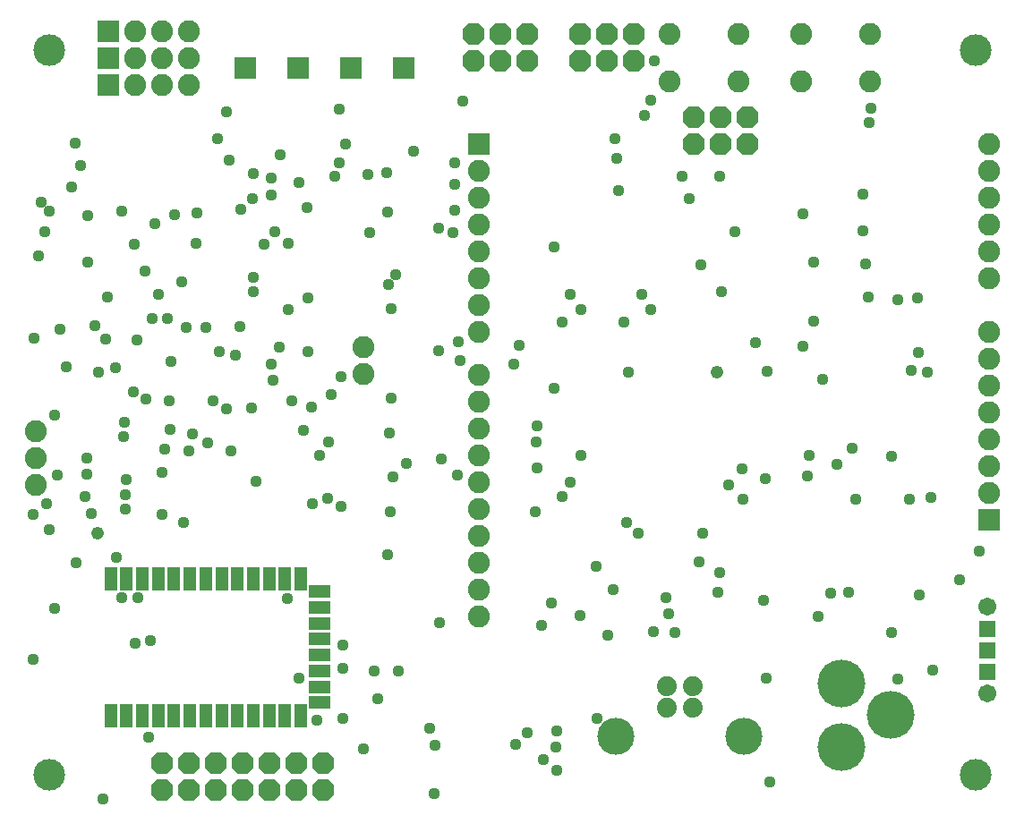
<source format=gbs>
G75*
%MOIN*%
%OFA0B0*%
%FSLAX24Y24*%
%IPPOS*%
%LPD*%
%AMOC8*
5,1,8,0,0,1.08239X$1,22.5*
%
%ADD10C,0.1780*%
%ADD11R,0.0820X0.0820*%
%ADD12C,0.0820*%
%ADD13C,0.1182*%
%ADD14OC8,0.0820*%
%ADD15R,0.0595X0.0595*%
%ADD16C,0.0671*%
%ADD17R,0.0848X0.0848*%
%ADD18C,0.0740*%
%ADD19C,0.1380*%
%ADD20R,0.0474X0.0867*%
%ADD21R,0.0789X0.0474*%
%ADD22C,0.0437*%
%ADD23C,0.0476*%
D10*
X031317Y003593D03*
X033167Y004774D03*
X031317Y005955D03*
D11*
X036817Y012061D03*
X017817Y026061D03*
X004017Y028261D03*
X004017Y029261D03*
X004017Y030261D03*
D12*
X005017Y030261D03*
X006017Y030261D03*
X007017Y030261D03*
X007017Y029261D03*
X007017Y028261D03*
X006017Y028261D03*
X005017Y028261D03*
X005017Y029261D03*
X006017Y029261D03*
X017817Y025061D03*
X017817Y024061D03*
X017817Y023061D03*
X017817Y022061D03*
X017817Y021061D03*
X017817Y020061D03*
X017817Y019061D03*
X017817Y017461D03*
X017817Y016461D03*
X017817Y015461D03*
X017817Y014461D03*
X017817Y013461D03*
X017817Y012461D03*
X017817Y011461D03*
X017817Y010461D03*
X017817Y009461D03*
X017817Y008461D03*
X013517Y017481D03*
X013517Y018481D03*
X024937Y028371D03*
X024937Y030151D03*
X027497Y030151D03*
X027497Y028371D03*
X029837Y028371D03*
X029837Y030151D03*
X032397Y030151D03*
X032397Y028371D03*
X036817Y026061D03*
X036817Y025061D03*
X036817Y024061D03*
X036817Y023061D03*
X036817Y022061D03*
X036817Y021061D03*
X036817Y019061D03*
X036817Y018061D03*
X036817Y017061D03*
X036817Y016061D03*
X036817Y015061D03*
X036817Y014061D03*
X036817Y013061D03*
X001317Y013361D03*
X001317Y014361D03*
X001317Y015361D03*
D13*
X001817Y002561D03*
X001817Y029561D03*
X036317Y029561D03*
X036317Y002561D03*
D14*
X012017Y002981D03*
X012017Y001981D03*
X011017Y001981D03*
X010017Y001981D03*
X010017Y002981D03*
X011017Y002981D03*
X009017Y002981D03*
X008017Y002981D03*
X008017Y001981D03*
X009017Y001981D03*
X007017Y001981D03*
X007017Y002981D03*
X006017Y002981D03*
X006017Y001981D03*
X025817Y026061D03*
X026817Y026061D03*
X027817Y026061D03*
X027817Y027061D03*
X026817Y027061D03*
X025817Y027061D03*
X023587Y029161D03*
X022587Y029161D03*
X021587Y029161D03*
X021587Y030161D03*
X022587Y030161D03*
X023587Y030161D03*
X019617Y030161D03*
X018617Y030161D03*
X017617Y030161D03*
X017617Y029161D03*
X018617Y029161D03*
X019617Y029161D03*
D15*
X036767Y007969D03*
X036767Y007181D03*
X036767Y006394D03*
D16*
X036782Y005567D03*
X036782Y008795D03*
D17*
X015025Y028891D03*
X013057Y028891D03*
X011085Y028891D03*
X009117Y028891D03*
D18*
X024825Y005841D03*
X025809Y005841D03*
X025809Y005061D03*
X024825Y005061D03*
D19*
X022947Y003991D03*
X027687Y003991D03*
D20*
X011203Y004743D03*
X010613Y004743D03*
X010022Y004743D03*
X009432Y004743D03*
X008841Y004743D03*
X008251Y004743D03*
X007660Y004743D03*
X007069Y004743D03*
X006479Y004743D03*
X005888Y004743D03*
X005298Y004743D03*
X004707Y004743D03*
X004117Y004743D03*
X004117Y009861D03*
X004707Y009861D03*
X005298Y009861D03*
X005888Y009861D03*
X006479Y009861D03*
X007069Y009861D03*
X007660Y009861D03*
X008251Y009861D03*
X008841Y009861D03*
X009432Y009861D03*
X010022Y009861D03*
X010613Y009861D03*
X011203Y009861D03*
D21*
X011892Y009369D03*
X011892Y008779D03*
X011892Y008188D03*
X011892Y007597D03*
X011892Y007007D03*
X011892Y006416D03*
X011892Y005826D03*
X011892Y005235D03*
D22*
X011797Y004571D03*
X012777Y004641D03*
X013527Y003521D03*
X014077Y005381D03*
X013917Y006421D03*
X014847Y006411D03*
X012777Y006511D03*
X012777Y007391D03*
X011117Y006161D03*
X010687Y009101D03*
X014417Y010761D03*
X014517Y012361D03*
X014617Y013661D03*
X015117Y014161D03*
X014507Y015281D03*
X014567Y016581D03*
X012697Y017391D03*
X012327Y016721D03*
X011607Y016231D03*
X010857Y016491D03*
X010177Y017241D03*
X010107Y017841D03*
X010387Y018491D03*
X011477Y018301D03*
X010717Y019871D03*
X011477Y020311D03*
X009447Y020531D03*
X009437Y021081D03*
X009817Y022321D03*
X010227Y022771D03*
X010747Y022331D03*
X011437Y023681D03*
X011117Y024611D03*
X010087Y024771D03*
X010087Y024131D03*
X009397Y024001D03*
X008967Y023621D03*
X009417Y024961D03*
X008517Y025461D03*
X008097Y026261D03*
X008417Y027261D03*
X010417Y025661D03*
X012467Y024851D03*
X012617Y025361D03*
X013697Y024911D03*
X014387Y024991D03*
X015407Y025791D03*
X016927Y025361D03*
X016917Y024561D03*
X016947Y023581D03*
X016347Y022911D03*
X016867Y022761D03*
X014747Y021181D03*
X014477Y020801D03*
X014557Y019901D03*
X016327Y018331D03*
X017067Y018671D03*
X017117Y017991D03*
X019117Y017861D03*
X019317Y018561D03*
X020927Y019421D03*
X021617Y019891D03*
X021247Y020431D03*
X020617Y022211D03*
X023027Y024321D03*
X022957Y025511D03*
X022887Y026261D03*
X024007Y027121D03*
X024237Y027681D03*
X024367Y029131D03*
X025397Y024831D03*
X025667Y024021D03*
X026797Y024861D03*
X027377Y022791D03*
X026107Y021561D03*
X026877Y020551D03*
X028127Y018641D03*
X028577Y017571D03*
X029907Y018511D03*
X030307Y019461D03*
X032337Y020331D03*
X033417Y020251D03*
X034167Y020311D03*
X032227Y021581D03*
X032117Y022821D03*
X032117Y024171D03*
X029897Y023461D03*
X030297Y021651D03*
X034197Y018281D03*
X033927Y017611D03*
X034527Y017561D03*
X031727Y014701D03*
X031157Y014101D03*
X030137Y014431D03*
X030067Y013681D03*
X028497Y013581D03*
X027647Y013961D03*
X027147Y013361D03*
X027657Y012801D03*
X026167Y011531D03*
X026047Y010491D03*
X026797Y010081D03*
X026747Y009351D03*
X028417Y009041D03*
X030467Y008461D03*
X030947Y009301D03*
X031597Y009351D03*
X033187Y007841D03*
X034727Y006431D03*
X033447Y006101D03*
X034247Y009231D03*
X035737Y009811D03*
X036457Y010871D03*
X034657Y012871D03*
X033857Y012821D03*
X033197Y014411D03*
X031867Y012811D03*
X030617Y017271D03*
X024247Y019891D03*
X023897Y020431D03*
X023237Y019421D03*
X023387Y017541D03*
X020617Y016961D03*
X020007Y015541D03*
X019967Y014961D03*
X019997Y013971D03*
X021247Y013461D03*
X020937Y012921D03*
X019947Y012331D03*
X022207Y010301D03*
X022817Y009431D03*
X021607Y008481D03*
X020517Y008961D03*
X020167Y008121D03*
X022637Y007731D03*
X024337Y007891D03*
X025147Y007831D03*
X024897Y008541D03*
X024807Y009161D03*
X023757Y011531D03*
X023317Y011961D03*
X021617Y014461D03*
X017047Y013701D03*
X016447Y014311D03*
X012697Y012541D03*
X012207Y012851D03*
X011627Y012651D03*
X011887Y014441D03*
X012217Y014961D03*
X011287Y015371D03*
X009367Y016211D03*
X008437Y016171D03*
X007937Y016471D03*
X007177Y015261D03*
X007727Y014901D03*
X007027Y014621D03*
X006147Y014681D03*
X006337Y015411D03*
X006287Y016481D03*
X005447Y016561D03*
X004977Y016821D03*
X004287Y017701D03*
X003667Y017551D03*
X002457Y017751D03*
X001267Y018821D03*
X002247Y019161D03*
X003547Y019281D03*
X003927Y018771D03*
X005087Y018761D03*
X005667Y019561D03*
X006217Y019541D03*
X006917Y019221D03*
X007677Y019221D03*
X008167Y018301D03*
X008757Y018171D03*
X008917Y019251D03*
X006757Y020911D03*
X005907Y020461D03*
X005407Y021301D03*
X004987Y022321D03*
X005757Y023081D03*
X006507Y023411D03*
X007327Y023471D03*
X007307Y022331D03*
X004547Y023531D03*
X003277Y023381D03*
X002667Y024461D03*
X002987Y025261D03*
X002787Y026091D03*
X001517Y023891D03*
X001817Y023541D03*
X001667Y022771D03*
X001437Y021881D03*
X003267Y021641D03*
X003987Y020361D03*
X006357Y017961D03*
X004627Y015671D03*
X004607Y015151D03*
X003217Y014361D03*
X003227Y013741D03*
X003167Y012921D03*
X003407Y012271D03*
X004677Y012441D03*
X004667Y012971D03*
X004687Y013561D03*
X006037Y013821D03*
X006037Y012251D03*
X006837Y011941D03*
X004317Y010661D03*
X002817Y010441D03*
X001817Y011691D03*
X001217Y012261D03*
X001717Y012661D03*
X002117Y013701D03*
X002017Y015961D03*
X008587Y014611D03*
X009527Y013491D03*
X005117Y009161D03*
X004517Y009161D03*
X005017Y007441D03*
X005587Y007551D03*
X002017Y008761D03*
X001217Y006861D03*
X005517Y003961D03*
X003817Y001661D03*
X016007Y004281D03*
X016207Y003661D03*
X016177Y001851D03*
X019197Y003691D03*
X019647Y004111D03*
X020727Y004181D03*
X020687Y003591D03*
X020247Y003121D03*
X020717Y002701D03*
X022217Y004661D03*
X028547Y006131D03*
X028667Y002281D03*
X016367Y008221D03*
X013767Y022731D03*
X014417Y023511D03*
X012867Y026061D03*
X012617Y027361D03*
X017217Y027661D03*
X032377Y026851D03*
X032417Y027391D03*
D23*
X026697Y017561D03*
X003647Y011551D03*
M02*

</source>
